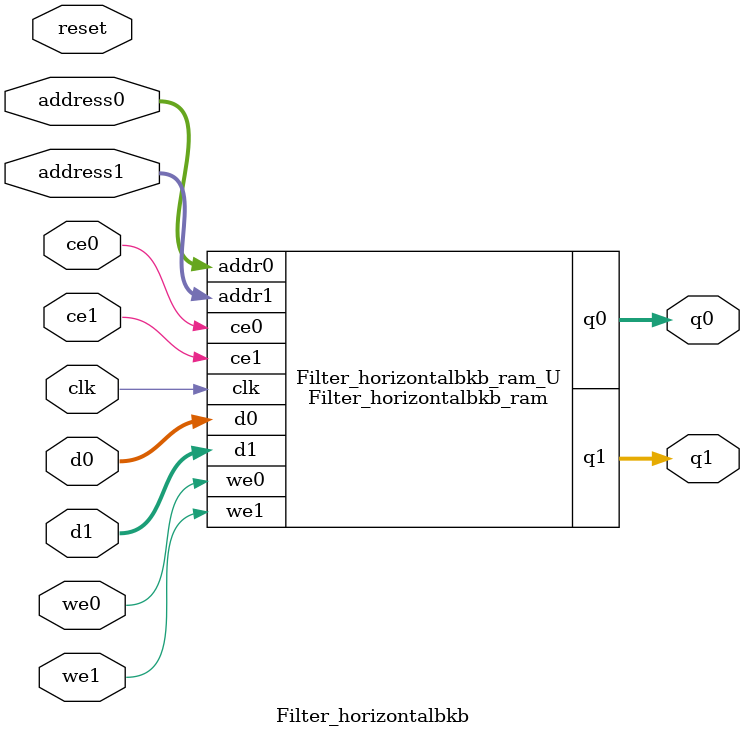
<source format=v>

`timescale 1 ns / 1 ps
module Filter_horizontalbkb_ram (addr0, ce0, d0, we0, q0, addr1, ce1, d1, we1, q1,  clk);

parameter DWIDTH = 8;
parameter AWIDTH = 9;
parameter MEM_SIZE = 480;

input[AWIDTH-1:0] addr0;
input ce0;
input[DWIDTH-1:0] d0;
input we0;
output reg[DWIDTH-1:0] q0;
input[AWIDTH-1:0] addr1;
input ce1;
input[DWIDTH-1:0] d1;
input we1;
output reg[DWIDTH-1:0] q1;
input clk;

(* ram_style = "block" *)reg [DWIDTH-1:0] ram[0:MEM_SIZE-1];




always @(posedge clk)  
begin 
    if (ce0) 
    begin
        if (we0) 
        begin 
            ram[addr0] <= d0; 
            q0 <= d0;
        end 
        else 
            q0 <= ram[addr0];
    end
end


always @(posedge clk)  
begin 
    if (ce1) 
    begin
        if (we1) 
        begin 
            ram[addr1] <= d1; 
            q1 <= d1;
        end 
        else 
            q1 <= ram[addr1];
    end
end


endmodule


`timescale 1 ns / 1 ps
module Filter_horizontalbkb(
    reset,
    clk,
    address0,
    ce0,
    we0,
    d0,
    q0,
    address1,
    ce1,
    we1,
    d1,
    q1);

parameter DataWidth = 32'd8;
parameter AddressRange = 32'd480;
parameter AddressWidth = 32'd9;
input reset;
input clk;
input[AddressWidth - 1:0] address0;
input ce0;
input we0;
input[DataWidth - 1:0] d0;
output[DataWidth - 1:0] q0;
input[AddressWidth - 1:0] address1;
input ce1;
input we1;
input[DataWidth - 1:0] d1;
output[DataWidth - 1:0] q1;



Filter_horizontalbkb_ram Filter_horizontalbkb_ram_U(
    .clk( clk ),
    .addr0( address0 ),
    .ce0( ce0 ),
    .d0( d0 ),
    .we0( we0 ),
    .q0( q0 ),
    .addr1( address1 ),
    .ce1( ce1 ),
    .d1( d1 ),
    .we1( we1 ),
    .q1( q1 ));

endmodule


</source>
